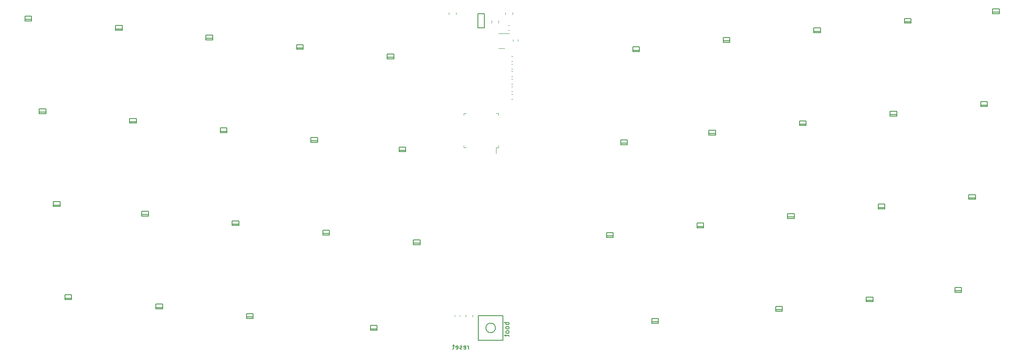
<source format=gbr>
%TF.GenerationSoftware,KiCad,Pcbnew,9.0.2*%
%TF.CreationDate,2025-09-05T14:25:20+08:00*%
%TF.ProjectId,LittleWing,4c697474-6c65-4576-996e-672e6b696361,rev?*%
%TF.SameCoordinates,Original*%
%TF.FileFunction,Legend,Bot*%
%TF.FilePolarity,Positive*%
%FSLAX46Y46*%
G04 Gerber Fmt 4.6, Leading zero omitted, Abs format (unit mm)*
G04 Created by KiCad (PCBNEW 9.0.2) date 2025-09-05 14:25:20*
%MOMM*%
%LPD*%
G01*
G04 APERTURE LIST*
%ADD10C,0.150000*%
%ADD11C,0.200000*%
%ADD12C,0.120000*%
G04 APERTURE END LIST*
D10*
X173536603Y-161530201D02*
X172536603Y-161530201D01*
X172917555Y-161530201D02*
X172869936Y-161625439D01*
X172869936Y-161625439D02*
X172869936Y-161815915D01*
X172869936Y-161815915D02*
X172917555Y-161911153D01*
X172917555Y-161911153D02*
X172965174Y-161958772D01*
X172965174Y-161958772D02*
X173060412Y-162006391D01*
X173060412Y-162006391D02*
X173346126Y-162006391D01*
X173346126Y-162006391D02*
X173441364Y-161958772D01*
X173441364Y-161958772D02*
X173488984Y-161911153D01*
X173488984Y-161911153D02*
X173536603Y-161815915D01*
X173536603Y-161815915D02*
X173536603Y-161625439D01*
X173536603Y-161625439D02*
X173488984Y-161530201D01*
X173536603Y-162577820D02*
X173488984Y-162482582D01*
X173488984Y-162482582D02*
X173441364Y-162434963D01*
X173441364Y-162434963D02*
X173346126Y-162387344D01*
X173346126Y-162387344D02*
X173060412Y-162387344D01*
X173060412Y-162387344D02*
X172965174Y-162434963D01*
X172965174Y-162434963D02*
X172917555Y-162482582D01*
X172917555Y-162482582D02*
X172869936Y-162577820D01*
X172869936Y-162577820D02*
X172869936Y-162720677D01*
X172869936Y-162720677D02*
X172917555Y-162815915D01*
X172917555Y-162815915D02*
X172965174Y-162863534D01*
X172965174Y-162863534D02*
X173060412Y-162911153D01*
X173060412Y-162911153D02*
X173346126Y-162911153D01*
X173346126Y-162911153D02*
X173441364Y-162863534D01*
X173441364Y-162863534D02*
X173488984Y-162815915D01*
X173488984Y-162815915D02*
X173536603Y-162720677D01*
X173536603Y-162720677D02*
X173536603Y-162577820D01*
X173536603Y-163482582D02*
X173488984Y-163387344D01*
X173488984Y-163387344D02*
X173441364Y-163339725D01*
X173441364Y-163339725D02*
X173346126Y-163292106D01*
X173346126Y-163292106D02*
X173060412Y-163292106D01*
X173060412Y-163292106D02*
X172965174Y-163339725D01*
X172965174Y-163339725D02*
X172917555Y-163387344D01*
X172917555Y-163387344D02*
X172869936Y-163482582D01*
X172869936Y-163482582D02*
X172869936Y-163625439D01*
X172869936Y-163625439D02*
X172917555Y-163720677D01*
X172917555Y-163720677D02*
X172965174Y-163768296D01*
X172965174Y-163768296D02*
X173060412Y-163815915D01*
X173060412Y-163815915D02*
X173346126Y-163815915D01*
X173346126Y-163815915D02*
X173441364Y-163768296D01*
X173441364Y-163768296D02*
X173488984Y-163720677D01*
X173488984Y-163720677D02*
X173536603Y-163625439D01*
X173536603Y-163625439D02*
X173536603Y-163482582D01*
X172869936Y-164101630D02*
X172869936Y-164482582D01*
X172536603Y-164244487D02*
X173393745Y-164244487D01*
X173393745Y-164244487D02*
X173488984Y-164292106D01*
X173488984Y-164292106D02*
X173536603Y-164387344D01*
X173536603Y-164387344D02*
X173536603Y-164482582D01*
X165055831Y-167148241D02*
X165055831Y-166481574D01*
X165055831Y-166672050D02*
X165008212Y-166576812D01*
X165008212Y-166576812D02*
X164960593Y-166529193D01*
X164960593Y-166529193D02*
X164865355Y-166481574D01*
X164865355Y-166481574D02*
X164770117Y-166481574D01*
X164055831Y-167100622D02*
X164151069Y-167148241D01*
X164151069Y-167148241D02*
X164341545Y-167148241D01*
X164341545Y-167148241D02*
X164436783Y-167100622D01*
X164436783Y-167100622D02*
X164484402Y-167005383D01*
X164484402Y-167005383D02*
X164484402Y-166624431D01*
X164484402Y-166624431D02*
X164436783Y-166529193D01*
X164436783Y-166529193D02*
X164341545Y-166481574D01*
X164341545Y-166481574D02*
X164151069Y-166481574D01*
X164151069Y-166481574D02*
X164055831Y-166529193D01*
X164055831Y-166529193D02*
X164008212Y-166624431D01*
X164008212Y-166624431D02*
X164008212Y-166719669D01*
X164008212Y-166719669D02*
X164484402Y-166814907D01*
X163627259Y-167100622D02*
X163532021Y-167148241D01*
X163532021Y-167148241D02*
X163341545Y-167148241D01*
X163341545Y-167148241D02*
X163246307Y-167100622D01*
X163246307Y-167100622D02*
X163198688Y-167005383D01*
X163198688Y-167005383D02*
X163198688Y-166957764D01*
X163198688Y-166957764D02*
X163246307Y-166862526D01*
X163246307Y-166862526D02*
X163341545Y-166814907D01*
X163341545Y-166814907D02*
X163484402Y-166814907D01*
X163484402Y-166814907D02*
X163579640Y-166767288D01*
X163579640Y-166767288D02*
X163627259Y-166672050D01*
X163627259Y-166672050D02*
X163627259Y-166624431D01*
X163627259Y-166624431D02*
X163579640Y-166529193D01*
X163579640Y-166529193D02*
X163484402Y-166481574D01*
X163484402Y-166481574D02*
X163341545Y-166481574D01*
X163341545Y-166481574D02*
X163246307Y-166529193D01*
X162389164Y-167100622D02*
X162484402Y-167148241D01*
X162484402Y-167148241D02*
X162674878Y-167148241D01*
X162674878Y-167148241D02*
X162770116Y-167100622D01*
X162770116Y-167100622D02*
X162817735Y-167005383D01*
X162817735Y-167005383D02*
X162817735Y-166624431D01*
X162817735Y-166624431D02*
X162770116Y-166529193D01*
X162770116Y-166529193D02*
X162674878Y-166481574D01*
X162674878Y-166481574D02*
X162484402Y-166481574D01*
X162484402Y-166481574D02*
X162389164Y-166529193D01*
X162389164Y-166529193D02*
X162341545Y-166624431D01*
X162341545Y-166624431D02*
X162341545Y-166719669D01*
X162341545Y-166719669D02*
X162817735Y-166814907D01*
X162055830Y-166481574D02*
X161674878Y-166481574D01*
X161912973Y-166148241D02*
X161912973Y-167005383D01*
X161912973Y-167005383D02*
X161865354Y-167100622D01*
X161865354Y-167100622D02*
X161770116Y-167148241D01*
X161770116Y-167148241D02*
X161674878Y-167148241D01*
D11*
X153466784Y-144193422D02*
X153466784Y-145193422D01*
X154866784Y-144193422D02*
X153466784Y-144193422D01*
X154866784Y-144193422D02*
X154866784Y-145193422D01*
X154866784Y-144893422D02*
X153466784Y-144893422D01*
X154866784Y-145193422D02*
X153466784Y-145193422D01*
D12*
X174001204Y-112033422D02*
X174282364Y-112033422D01*
X174001204Y-113053422D02*
X174282364Y-113053422D01*
D11*
X77966784Y-136193422D02*
X77966784Y-137193422D01*
X79366784Y-136193422D02*
X77966784Y-136193422D01*
X79366784Y-136193422D02*
X79366784Y-137193422D01*
X79366784Y-136893422D02*
X77966784Y-136893422D01*
X79366784Y-137193422D02*
X77966784Y-137193422D01*
X109966784Y-101193422D02*
X109966784Y-102193422D01*
X111366784Y-101193422D02*
X109966784Y-101193422D01*
X111366784Y-101193422D02*
X111366784Y-102193422D01*
X111366784Y-101893422D02*
X109966784Y-101893422D01*
X111366784Y-102193422D02*
X109966784Y-102193422D01*
X267066784Y-154193422D02*
X268466784Y-154193422D01*
X267066784Y-154893422D02*
X268466784Y-154893422D01*
X267066784Y-155193422D02*
X267066784Y-154193422D01*
X267066784Y-155193422D02*
X268466784Y-155193422D01*
X268466784Y-155193422D02*
X268466784Y-154193422D01*
X269966784Y-134693422D02*
X269966784Y-135693422D01*
X271366784Y-134693422D02*
X269966784Y-134693422D01*
X271366784Y-134693422D02*
X271366784Y-135693422D01*
X271366784Y-135393422D02*
X269966784Y-135393422D01*
X271366784Y-135693422D02*
X269966784Y-135693422D01*
X234466784Y-119193422D02*
X234466784Y-120193422D01*
X235866784Y-119193422D02*
X234466784Y-119193422D01*
X235866784Y-119193422D02*
X235866784Y-120193422D01*
X235866784Y-119893422D02*
X234466784Y-119893422D01*
X235866784Y-120193422D02*
X234466784Y-120193422D01*
D12*
X164056784Y-117583422D02*
X164506784Y-117583422D01*
X164056784Y-118033422D02*
X164056784Y-117583422D01*
X164056784Y-124353422D02*
X164056784Y-124803422D01*
X164056784Y-124803422D02*
X164506784Y-124803422D01*
X170826784Y-124803422D02*
X170826784Y-126093422D01*
X171276784Y-117583422D02*
X170826784Y-117583422D01*
X171276784Y-118033422D02*
X171276784Y-117583422D01*
X171276784Y-124353422D02*
X171276784Y-124803422D01*
X171276784Y-124803422D02*
X170826784Y-124803422D01*
D10*
X167066784Y-160093422D02*
X167066784Y-165293422D01*
X167066784Y-165293422D02*
X172266784Y-165293422D01*
X172266784Y-160093422D02*
X167066784Y-160093422D01*
X172266784Y-165293422D02*
X172266784Y-160093422D01*
X170666784Y-162693422D02*
G75*
G02*
X168666784Y-162693422I-1000000J0D01*
G01*
X168666784Y-162693422D02*
G75*
G02*
X170666784Y-162693422I1000000J0D01*
G01*
D11*
X237466784Y-99693422D02*
X237466784Y-100693422D01*
X238866784Y-99693422D02*
X237466784Y-99693422D01*
X238866784Y-99693422D02*
X238866784Y-100693422D01*
X238866784Y-100393422D02*
X237466784Y-100393422D01*
X238866784Y-100693422D02*
X237466784Y-100693422D01*
X231966784Y-138693422D02*
X231966784Y-139693422D01*
X233366784Y-138693422D02*
X231966784Y-138693422D01*
X233366784Y-138693422D02*
X233366784Y-139693422D01*
X233366784Y-139393422D02*
X231966784Y-139393422D01*
X233366784Y-139693422D02*
X231966784Y-139693422D01*
D12*
X162156784Y-160334002D02*
X162156784Y-160052842D01*
X163176784Y-160334002D02*
X163176784Y-160052842D01*
D11*
X74966784Y-116693422D02*
X74966784Y-117693422D01*
X76366784Y-116693422D02*
X74966784Y-116693422D01*
X76366784Y-116693422D02*
X76366784Y-117693422D01*
X76366784Y-117393422D02*
X74966784Y-117393422D01*
X76366784Y-117693422D02*
X74966784Y-117693422D01*
X250966784Y-136693422D02*
X250966784Y-137693422D01*
X252366784Y-136693422D02*
X250966784Y-136693422D01*
X252366784Y-136693422D02*
X252366784Y-137693422D01*
X252366784Y-137393422D02*
X250966784Y-137393422D01*
X252366784Y-137693422D02*
X250966784Y-137693422D01*
D12*
X171966784Y-100833422D02*
X171316784Y-100833422D01*
X171966784Y-100833422D02*
X173641784Y-100833422D01*
X171966784Y-103953422D02*
X171316784Y-103953422D01*
X171966784Y-103953422D02*
X172616784Y-103953422D01*
D11*
X212966784Y-140693422D02*
X212966784Y-141693422D01*
X214366784Y-140693422D02*
X212966784Y-140693422D01*
X214366784Y-140693422D02*
X214366784Y-141693422D01*
X214366784Y-141393422D02*
X212966784Y-141393422D01*
X214366784Y-141693422D02*
X212966784Y-141693422D01*
D12*
X174001204Y-107270922D02*
X174282364Y-107270922D01*
X174001204Y-108290922D02*
X174282364Y-108290922D01*
D11*
X196957515Y-123193422D02*
X196957515Y-124193422D01*
X198357515Y-123193422D02*
X196957515Y-123193422D01*
X198357515Y-123193422D02*
X198357515Y-124193422D01*
X198357515Y-123893422D02*
X196957515Y-123893422D01*
X198357515Y-124193422D02*
X196957515Y-124193422D01*
X144466784Y-162193422D02*
X144466784Y-163193422D01*
X145866784Y-162193422D02*
X144466784Y-162193422D01*
X145866784Y-162193422D02*
X145866784Y-163193422D01*
X145866784Y-162893422D02*
X144466784Y-162893422D01*
X145866784Y-163193422D02*
X144466784Y-163193422D01*
X248466784Y-156193422D02*
X248466784Y-157193422D01*
X249866784Y-156193422D02*
X248466784Y-156193422D01*
X249866784Y-156193422D02*
X249866784Y-157193422D01*
X249866784Y-156893422D02*
X248466784Y-156893422D01*
X249866784Y-157193422D02*
X248466784Y-157193422D01*
X203466784Y-160693422D02*
X203466784Y-161693422D01*
X204866784Y-160693422D02*
X203466784Y-160693422D01*
X204866784Y-160693422D02*
X204866784Y-161693422D01*
X204866784Y-161393422D02*
X203466784Y-161393422D01*
X204866784Y-161693422D02*
X203466784Y-161693422D01*
D12*
X160931784Y-96466358D02*
X160931784Y-96920486D01*
X162401784Y-96466358D02*
X162401784Y-96920486D01*
D11*
X229466784Y-158193422D02*
X229466784Y-159193422D01*
X230866784Y-158193422D02*
X229466784Y-158193422D01*
X230866784Y-158193422D02*
X230866784Y-159193422D01*
X230866784Y-158893422D02*
X229466784Y-158893422D01*
X230866784Y-159193422D02*
X229466784Y-159193422D01*
X131966784Y-122693422D02*
X131966784Y-123693422D01*
X133366784Y-122693422D02*
X131966784Y-122693422D01*
X133366784Y-122693422D02*
X133366784Y-123693422D01*
X133366784Y-123393422D02*
X131966784Y-123393422D01*
X133366784Y-123693422D02*
X131966784Y-123693422D01*
X115466784Y-140193422D02*
X115466784Y-141193422D01*
X116866784Y-140193422D02*
X115466784Y-140193422D01*
X116866784Y-140193422D02*
X116866784Y-141193422D01*
X116866784Y-140893422D02*
X115466784Y-140893422D01*
X116866784Y-141193422D02*
X115466784Y-141193422D01*
D12*
X173982454Y-113620922D02*
X174263614Y-113620922D01*
X173982454Y-114640922D02*
X174263614Y-114640922D01*
D11*
X199466784Y-103693422D02*
X199466784Y-104693422D01*
X200866784Y-103693422D02*
X199466784Y-103693422D01*
X200866784Y-103693422D02*
X200866784Y-104693422D01*
X200866784Y-104393422D02*
X199466784Y-104393422D01*
X200866784Y-104693422D02*
X199466784Y-104693422D01*
X112966784Y-120693422D02*
X112966784Y-121693422D01*
X114366784Y-120693422D02*
X112966784Y-120693422D01*
X114366784Y-120693422D02*
X114366784Y-121693422D01*
X114366784Y-121393422D02*
X112966784Y-121393422D01*
X114366784Y-121693422D02*
X112966784Y-121693422D01*
D10*
X167016784Y-96743422D02*
X167016784Y-99643422D01*
X167016784Y-96743422D02*
X168316784Y-96743422D01*
X168316784Y-96743422D02*
X168316784Y-99643422D01*
X168316784Y-99643422D02*
X167016784Y-99643422D01*
D11*
X93966784Y-118693422D02*
X93966784Y-119693422D01*
X95366784Y-118693422D02*
X93966784Y-118693422D01*
X95366784Y-118693422D02*
X95366784Y-119693422D01*
X95366784Y-119393422D02*
X93966784Y-119393422D01*
X95366784Y-119693422D02*
X93966784Y-119693422D01*
X215466784Y-121193422D02*
X215466784Y-122193422D01*
X216866784Y-121193422D02*
X215466784Y-121193422D01*
X216866784Y-121193422D02*
X216866784Y-122193422D01*
X216866784Y-121893422D02*
X215466784Y-121893422D01*
X216866784Y-122193422D02*
X215466784Y-122193422D01*
X150466784Y-124693422D02*
X150466784Y-125693422D01*
X151866784Y-124693422D02*
X150466784Y-124693422D01*
X151866784Y-124693422D02*
X151866784Y-125693422D01*
X151866784Y-125393422D02*
X150466784Y-125393422D01*
X151866784Y-125693422D02*
X150466784Y-125693422D01*
X134466784Y-142193422D02*
X134466784Y-143193422D01*
X135866784Y-142193422D02*
X134466784Y-142193422D01*
X135866784Y-142193422D02*
X135866784Y-143193422D01*
X135866784Y-142893422D02*
X134466784Y-142893422D01*
X135866784Y-143193422D02*
X134466784Y-143193422D01*
X256466784Y-97693422D02*
X256466784Y-98693422D01*
X257866784Y-97693422D02*
X256466784Y-97693422D01*
X257866784Y-97693422D02*
X257866784Y-98693422D01*
X257866784Y-98393422D02*
X256466784Y-98393422D01*
X257866784Y-98693422D02*
X256466784Y-98693422D01*
D12*
X174001204Y-105683422D02*
X174282364Y-105683422D01*
X174001204Y-106703422D02*
X174282364Y-106703422D01*
X174001204Y-108858422D02*
X174282364Y-108858422D01*
X174001204Y-109878422D02*
X174282364Y-109878422D01*
D11*
X253466784Y-117193422D02*
X253466784Y-118193422D01*
X254866784Y-117193422D02*
X253466784Y-117193422D01*
X254866784Y-117193422D02*
X254866784Y-118193422D01*
X254866784Y-117893422D02*
X253466784Y-117893422D01*
X254866784Y-118193422D02*
X253466784Y-118193422D01*
D12*
X169856784Y-98652000D02*
X169856784Y-98134844D01*
X171276784Y-98652000D02*
X171276784Y-98134844D01*
D11*
X80366784Y-155743422D02*
X81766784Y-155743422D01*
X80366784Y-156443422D02*
X81766784Y-156443422D01*
X80366784Y-156743422D02*
X80366784Y-155743422D01*
X80366784Y-156743422D02*
X81766784Y-156743422D01*
X81766784Y-156743422D02*
X81766784Y-155743422D01*
X118466784Y-159693422D02*
X118466784Y-160693422D01*
X119866784Y-159693422D02*
X118466784Y-159693422D01*
X119866784Y-159693422D02*
X119866784Y-160693422D01*
X119866784Y-160393422D02*
X118466784Y-160393422D01*
X119866784Y-160693422D02*
X118466784Y-160693422D01*
D12*
X174356784Y-102434002D02*
X174356784Y-102152842D01*
X175376784Y-102434002D02*
X175376784Y-102152842D01*
X173326204Y-99183422D02*
X173607364Y-99183422D01*
X173326204Y-100203422D02*
X173607364Y-100203422D01*
D11*
X274966784Y-95693422D02*
X274966784Y-96693422D01*
X276366784Y-95693422D02*
X274966784Y-95693422D01*
X276366784Y-95693422D02*
X276366784Y-96693422D01*
X276366784Y-96393422D02*
X274966784Y-96393422D01*
X276366784Y-96693422D02*
X274966784Y-96693422D01*
D12*
X164431784Y-159966358D02*
X164431784Y-160420486D01*
X165901784Y-159966358D02*
X165901784Y-160420486D01*
X174001204Y-110445922D02*
X174282364Y-110445922D01*
X174001204Y-111465922D02*
X174282364Y-111465922D01*
D11*
X71966784Y-97193422D02*
X71966784Y-98193422D01*
X73366784Y-97193422D02*
X71966784Y-97193422D01*
X73366784Y-97193422D02*
X73366784Y-98193422D01*
X73366784Y-97893422D02*
X71966784Y-97893422D01*
X73366784Y-98193422D02*
X71966784Y-98193422D01*
X147966784Y-105193422D02*
X147966784Y-106193422D01*
X149366784Y-105193422D02*
X147966784Y-105193422D01*
X149366784Y-105193422D02*
X149366784Y-106193422D01*
X149366784Y-105893422D02*
X147966784Y-105893422D01*
X149366784Y-106193422D02*
X147966784Y-106193422D01*
X128966784Y-103193422D02*
X128966784Y-104193422D01*
X130366784Y-103193422D02*
X128966784Y-103193422D01*
X130366784Y-103193422D02*
X130366784Y-104193422D01*
X130366784Y-103893422D02*
X128966784Y-103893422D01*
X130366784Y-104193422D02*
X128966784Y-104193422D01*
X99466784Y-157693422D02*
X99466784Y-158693422D01*
X100866784Y-157693422D02*
X99466784Y-157693422D01*
X100866784Y-157693422D02*
X100866784Y-158693422D01*
X100866784Y-158393422D02*
X99466784Y-158393422D01*
X100866784Y-158693422D02*
X99466784Y-158693422D01*
X90966784Y-99193422D02*
X90966784Y-100193422D01*
X92366784Y-99193422D02*
X90966784Y-99193422D01*
X92366784Y-99193422D02*
X92366784Y-100193422D01*
X92366784Y-99893422D02*
X90966784Y-99893422D01*
X92366784Y-100193422D02*
X90966784Y-100193422D01*
D12*
X172778812Y-96920486D02*
X172778812Y-96466358D01*
X174248812Y-96920486D02*
X174248812Y-96466358D01*
D11*
X218466784Y-101693422D02*
X218466784Y-102693422D01*
X219866784Y-101693422D02*
X218466784Y-101693422D01*
X219866784Y-101693422D02*
X219866784Y-102693422D01*
X219866784Y-102393422D02*
X218466784Y-102393422D01*
X219866784Y-102693422D02*
X218466784Y-102693422D01*
X272466784Y-115193422D02*
X272466784Y-116193422D01*
X273866784Y-115193422D02*
X272466784Y-115193422D01*
X273866784Y-115193422D02*
X273866784Y-116193422D01*
X273866784Y-115893422D02*
X272466784Y-115893422D01*
X273866784Y-116193422D02*
X272466784Y-116193422D01*
X193966784Y-142693422D02*
X193966784Y-143693422D01*
X195366784Y-142693422D02*
X193966784Y-142693422D01*
X195366784Y-142693422D02*
X195366784Y-143693422D01*
X195366784Y-143393422D02*
X193966784Y-143393422D01*
X195366784Y-143693422D02*
X193966784Y-143693422D01*
X96466784Y-138193422D02*
X96466784Y-139193422D01*
X97866784Y-138193422D02*
X96466784Y-138193422D01*
X97866784Y-138193422D02*
X97866784Y-139193422D01*
X97866784Y-138893422D02*
X96466784Y-138893422D01*
X97866784Y-139193422D02*
X96466784Y-139193422D01*
M02*

</source>
